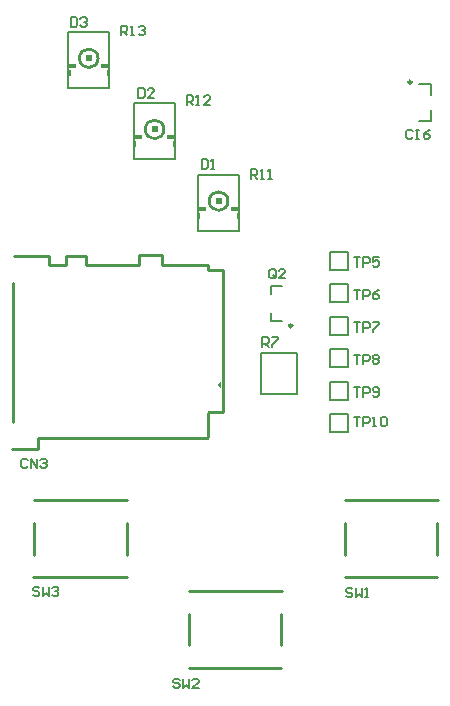
<source format=gbo>
%FSLAX44Y44*%
%MOMM*%
G71*
G01*
G75*
G04 Layer_Color=32896*
%ADD10R,2.0000X0.7000*%
%ADD11R,2.0000X1.0000*%
%ADD12R,1.2000X1.8000*%
%ADD13R,0.8000X1.8000*%
%ADD14R,2.8000X1.8000*%
%ADD15R,1.9000X1.8000*%
%ADD16R,0.9000X0.8000*%
%ADD17R,1.0000X1.0000*%
%ADD18R,1.6000X1.4000*%
%ADD19R,2.8000X1.1000*%
%ADD20R,1.3000X1.2000*%
%ADD21R,0.9500X0.6000*%
%ADD22R,0.9000X0.5000*%
%ADD23R,0.9000X0.3200*%
%ADD24C,0.2540*%
%ADD25C,1.7000*%
%ADD26R,1.7000X1.7000*%
%ADD27R,1.7000X1.7000*%
%ADD28C,3.5000*%
%ADD29C,0.8000*%
%ADD30R,2.2032X0.9032*%
%ADD31R,2.2032X1.2032*%
%ADD32R,1.4032X2.0032*%
%ADD33R,1.0032X2.0032*%
%ADD34R,3.0032X2.0032*%
%ADD35R,2.1032X2.0032*%
%ADD36R,1.1032X1.0032*%
%ADD37R,1.2032X1.2032*%
%ADD38R,1.8032X1.6032*%
%ADD39R,3.0032X1.3032*%
%ADD40R,1.5032X1.4032*%
%ADD41R,1.1532X0.8032*%
%ADD42R,1.1032X0.7032*%
%ADD43R,1.1032X0.5232*%
%ADD44C,1.9032*%
%ADD45R,1.9032X1.9032*%
%ADD46R,1.9032X1.9032*%
%ADD47C,3.7032*%
%ADD48C,1.0032*%
%ADD49C,0.2500*%
%ADD50C,0.2000*%
%ADD51C,0.1524*%
%ADD52C,0.1800*%
%ADD53R,0.5000X0.5000*%
%ADD54R,0.7500X0.3128*%
%ADD55R,0.2500X0.5000*%
%ADD56R,0.2500X0.5000*%
%ADD57R,0.7500X0.3636*%
%ADD58R,0.7500X0.3128*%
%ADD59R,0.2500X0.5000*%
%ADD60R,0.2500X0.5000*%
%ADD61R,0.7500X0.3636*%
G36*
X1233691Y690000D02*
X1233691D01*
X1236691Y687000D01*
Y693000D01*
X1233691Y690000D01*
D02*
G37*
D24*
X1226786Y845500D02*
G03*
X1226786Y845500I7906J0D01*
G01*
X1172546Y906170D02*
G03*
X1172546Y906170I7906J0D01*
G01*
X1116796Y966388D02*
G03*
X1116796Y966388I7906J0D01*
G01*
X1060441Y658500D02*
Y776250D01*
X1226691Y667000D02*
X1225691Y666000D01*
X1238691Y667000D02*
Y785000D01*
Y667000D02*
X1226691D01*
X1238691Y785000D02*
Y787000D01*
X1225691D01*
Y791000D01*
X1186691D01*
Y800000D01*
X1167691D01*
Y791000D02*
Y800000D01*
Y791000D02*
X1122691D01*
Y799000D01*
X1122591Y798900D01*
X1108291D01*
X1105991D01*
X1105791Y798700D01*
Y791400D02*
Y798700D01*
Y791400D02*
X1105691Y791300D01*
X1090691D01*
Y799000D01*
X1061191D01*
X1225691Y646000D02*
Y666000D01*
Y646000D02*
X1224691Y645000D01*
X1081691D01*
Y636000D02*
Y645000D01*
Y636000D02*
X1059941D01*
X1209441Y469250D02*
Y496250D01*
X1288441Y515250D02*
X1209441D01*
X1287441Y450250D02*
X1209441D01*
X1287441Y469250D02*
Y496250D01*
X1156691Y546000D02*
Y573000D01*
Y527000D02*
X1077691D01*
X1156691Y592000D02*
X1078691D01*
Y546000D02*
Y573000D01*
X1341691Y546000D02*
Y573000D01*
X1420691Y592000D02*
X1341691D01*
X1419691Y527000D02*
X1341691D01*
X1419691Y546000D02*
Y573000D01*
D49*
X1294441Y740000D02*
G03*
X1294441Y740000I1250J0D01*
G01*
X1395441Y946250D02*
G03*
X1395441Y946250I1250J0D01*
G01*
D50*
X1288690Y744000D02*
X1278691D01*
Y751000D01*
X1288690Y774000D02*
X1278691D01*
Y767000D02*
Y774000D01*
X1414691Y913500D02*
Y922750D01*
Y913500D02*
X1404691D01*
X1414691Y935250D02*
Y944500D01*
X1404691D01*
X1399023Y904665D02*
X1397690Y905997D01*
X1395024D01*
X1393691Y904665D01*
Y899333D01*
X1395024Y898000D01*
X1397690D01*
X1399023Y899333D01*
X1401689Y905997D02*
X1404355D01*
X1403022D01*
Y898000D01*
X1401689D01*
X1404355D01*
X1413685Y905997D02*
X1411019Y904665D01*
X1408353Y901999D01*
Y899333D01*
X1409686Y898000D01*
X1412352D01*
X1413685Y899333D01*
Y900666D01*
X1412352Y901999D01*
X1408353D01*
X1073063Y626165D02*
X1071730Y627497D01*
X1069064D01*
X1067731Y626165D01*
Y620833D01*
X1069064Y619500D01*
X1071730D01*
X1073063Y620833D01*
X1075729Y619500D02*
Y627497D01*
X1081060Y619500D01*
Y627497D01*
X1083726Y626165D02*
X1085059Y627497D01*
X1087725D01*
X1089058Y626165D01*
Y624832D01*
X1087725Y623499D01*
X1086392D01*
X1087725D01*
X1089058Y622166D01*
Y620833D01*
X1087725Y619500D01*
X1085059D01*
X1083726Y620833D01*
X1220391Y880997D02*
Y873000D01*
X1224390D01*
X1225723Y874333D01*
Y879665D01*
X1224390Y880997D01*
X1220391D01*
X1228389Y873000D02*
X1231055D01*
X1229722D01*
Y880997D01*
X1228389Y879665D01*
X1166691Y940997D02*
Y933000D01*
X1170690D01*
X1172023Y934333D01*
Y939665D01*
X1170690Y940997D01*
X1166691D01*
X1180020Y933000D02*
X1174689D01*
X1180020Y938332D01*
Y939665D01*
X1178687Y940997D01*
X1176022D01*
X1174689Y939665D01*
X1109691Y1000997D02*
Y993000D01*
X1113690D01*
X1115023Y994333D01*
Y999665D01*
X1113690Y1000997D01*
X1109691D01*
X1117689Y999665D02*
X1119022Y1000997D01*
X1121687D01*
X1123020Y999665D01*
Y998332D01*
X1121687Y996999D01*
X1120355D01*
X1121687D01*
X1123020Y995666D01*
Y994333D01*
X1121687Y993000D01*
X1119022D01*
X1117689Y994333D01*
X1283023Y781333D02*
Y786665D01*
X1281690Y787997D01*
X1279024D01*
X1277691Y786665D01*
Y781333D01*
X1279024Y780000D01*
X1281690D01*
X1280357Y782666D02*
X1283023Y780000D01*
X1281690D02*
X1283023Y781333D01*
X1291020Y780000D02*
X1285689D01*
X1291020Y785332D01*
Y786665D01*
X1289687Y787997D01*
X1287022D01*
X1285689Y786665D01*
X1271691Y722000D02*
Y729997D01*
X1275690D01*
X1277023Y728664D01*
Y725999D01*
X1275690Y724666D01*
X1271691D01*
X1274357D02*
X1277023Y722000D01*
X1279689Y729997D02*
X1285020D01*
Y728664D01*
X1279689Y723333D01*
Y722000D01*
X1262191Y864500D02*
Y872497D01*
X1266190D01*
X1267523Y871164D01*
Y868499D01*
X1266190Y867166D01*
X1262191D01*
X1264857D02*
X1267523Y864500D01*
X1270189D02*
X1272855D01*
X1271522D01*
Y872497D01*
X1270189Y871164D01*
X1276853Y864500D02*
X1279519D01*
X1278186D01*
Y872497D01*
X1276853Y871164D01*
X1207691Y927000D02*
Y934997D01*
X1211690D01*
X1213023Y933664D01*
Y930999D01*
X1211690Y929666D01*
X1207691D01*
X1210357D02*
X1213023Y927000D01*
X1215689D02*
X1218354D01*
X1217022D01*
Y934997D01*
X1215689Y933664D01*
X1227685Y927000D02*
X1222353D01*
X1227685Y932332D01*
Y933664D01*
X1226352Y934997D01*
X1223686D01*
X1222353Y933664D01*
X1152191Y986000D02*
Y993997D01*
X1156190D01*
X1157523Y992664D01*
Y989999D01*
X1156190Y988666D01*
X1152191D01*
X1154857D02*
X1157523Y986000D01*
X1160189D02*
X1162855D01*
X1161522D01*
Y993997D01*
X1160189Y992664D01*
X1166853D02*
X1168186Y993997D01*
X1170852D01*
X1172185Y992664D01*
Y991332D01*
X1170852Y989999D01*
X1169519D01*
X1170852D01*
X1172185Y988666D01*
Y987333D01*
X1170852Y986000D01*
X1168186D01*
X1166853Y987333D01*
X1348023Y516665D02*
X1346690Y517997D01*
X1344024D01*
X1342691Y516665D01*
Y515332D01*
X1344024Y513999D01*
X1346690D01*
X1348023Y512666D01*
Y511333D01*
X1346690Y510000D01*
X1344024D01*
X1342691Y511333D01*
X1350689Y517997D02*
Y510000D01*
X1353354Y512666D01*
X1356020Y510000D01*
Y517997D01*
X1358686Y510000D02*
X1361352D01*
X1360019D01*
Y517997D01*
X1358686Y516665D01*
X1201773Y439915D02*
X1200440Y441247D01*
X1197774D01*
X1196441Y439915D01*
Y438582D01*
X1197774Y437249D01*
X1200440D01*
X1201773Y435916D01*
Y434583D01*
X1200440Y433250D01*
X1197774D01*
X1196441Y434583D01*
X1204439Y441247D02*
Y433250D01*
X1207104Y435916D01*
X1209770Y433250D01*
Y441247D01*
X1217768Y433250D02*
X1212436D01*
X1217768Y438582D01*
Y439915D01*
X1216435Y441247D01*
X1213769D01*
X1212436Y439915D01*
X1083023Y517664D02*
X1081690Y518997D01*
X1079024D01*
X1077691Y517664D01*
Y516332D01*
X1079024Y514999D01*
X1081690D01*
X1083023Y513666D01*
Y512333D01*
X1081690Y511000D01*
X1079024D01*
X1077691Y512333D01*
X1085689Y518997D02*
Y511000D01*
X1088354Y513666D01*
X1091020Y511000D01*
Y518997D01*
X1093686Y517664D02*
X1095019Y518997D01*
X1097685D01*
X1099018Y517664D01*
Y516332D01*
X1097685Y514999D01*
X1096352D01*
X1097685D01*
X1099018Y513666D01*
Y512333D01*
X1097685Y511000D01*
X1095019D01*
X1093686Y512333D01*
X1349191Y797997D02*
X1354523D01*
X1351857D01*
Y790000D01*
X1357189D02*
Y797997D01*
X1361187D01*
X1362520Y796665D01*
Y793999D01*
X1361187Y792666D01*
X1357189D01*
X1370518Y797997D02*
X1365186D01*
Y793999D01*
X1367852Y795332D01*
X1369185D01*
X1370518Y793999D01*
Y791333D01*
X1369185Y790000D01*
X1366519D01*
X1365186Y791333D01*
X1349191Y770497D02*
X1354523D01*
X1351857D01*
Y762500D01*
X1357189D02*
Y770497D01*
X1361187D01*
X1362520Y769165D01*
Y766499D01*
X1361187Y765166D01*
X1357189D01*
X1370518Y770497D02*
X1367852Y769165D01*
X1365186Y766499D01*
Y763833D01*
X1366519Y762500D01*
X1369185D01*
X1370518Y763833D01*
Y765166D01*
X1369185Y766499D01*
X1365186D01*
X1349191Y742997D02*
X1354523D01*
X1351857D01*
Y735000D01*
X1357189D02*
Y742997D01*
X1361187D01*
X1362520Y741665D01*
Y738999D01*
X1361187Y737666D01*
X1357189D01*
X1365186Y742997D02*
X1370518D01*
Y741665D01*
X1365186Y736333D01*
Y735000D01*
X1349191Y715497D02*
X1354523D01*
X1351857D01*
Y707500D01*
X1357189D02*
Y715497D01*
X1361187D01*
X1362520Y714165D01*
Y711499D01*
X1361187Y710166D01*
X1357189D01*
X1365186Y714165D02*
X1366519Y715497D01*
X1369185D01*
X1370518Y714165D01*
Y712832D01*
X1369185Y711499D01*
X1370518Y710166D01*
Y708833D01*
X1369185Y707500D01*
X1366519D01*
X1365186Y708833D01*
Y710166D01*
X1366519Y711499D01*
X1365186Y712832D01*
Y714165D01*
X1366519Y711499D02*
X1369185D01*
X1349191Y687997D02*
X1354523D01*
X1351857D01*
Y680000D01*
X1357189D02*
Y687997D01*
X1361187D01*
X1362520Y686665D01*
Y683999D01*
X1361187Y682666D01*
X1357189D01*
X1365186Y681333D02*
X1366519Y680000D01*
X1369185D01*
X1370518Y681333D01*
Y686665D01*
X1369185Y687997D01*
X1366519D01*
X1365186Y686665D01*
Y685332D01*
X1366519Y683999D01*
X1370518D01*
X1349191Y662997D02*
X1354523D01*
X1351857D01*
Y655000D01*
X1357189D02*
Y662997D01*
X1361187D01*
X1362520Y661665D01*
Y658999D01*
X1361187Y657666D01*
X1357189D01*
X1365186Y655000D02*
X1367852D01*
X1366519D01*
Y662997D01*
X1365186Y661665D01*
X1371851D02*
X1373184Y662997D01*
X1375849D01*
X1377182Y661665D01*
Y656333D01*
X1375849Y655000D01*
X1373184D01*
X1371851Y656333D01*
Y661665D01*
D51*
X1329191Y650000D02*
Y665000D01*
X1344191Y650000D02*
X1329191D01*
X1344191D02*
Y665000D01*
X1329191D01*
Y677500D02*
Y692500D01*
X1344191Y677500D02*
X1329191D01*
X1344191D02*
Y692500D01*
X1329191D01*
Y705000D02*
Y720000D01*
X1344191Y705000D02*
X1329191D01*
X1344191D02*
Y720000D01*
X1329191D01*
Y732500D02*
Y747500D01*
X1344191Y732500D02*
X1329191D01*
X1344191D02*
Y747500D01*
X1329191D01*
Y760000D02*
Y775000D01*
X1344191Y760000D02*
X1329191D01*
X1344191D02*
Y775000D01*
X1329191D01*
Y787500D02*
Y802500D01*
X1344191Y787500D02*
X1329191D01*
X1344191D02*
Y802500D01*
X1329191D01*
X1217191Y820500D02*
Y868000D01*
X1252191Y820500D02*
X1217191D01*
X1252191D02*
Y868000D01*
X1217191D01*
X1162951Y881170D02*
Y928670D01*
X1197951Y881170D02*
X1162951D01*
X1197951D02*
Y928670D01*
X1162951D01*
X1107202Y941388D02*
Y988888D01*
X1142202Y941388D02*
X1107202D01*
X1142202D02*
Y988888D01*
X1107202D01*
D52*
X1270791Y682100D02*
Y717000D01*
X1300690D02*
X1270791D01*
X1300690Y682100D02*
Y717000D01*
Y682100D02*
X1270791D01*
D53*
X1234691Y845500D02*
D03*
X1180451Y906170D02*
D03*
X1124702Y966388D02*
D03*
D54*
X1248441Y838936D02*
D03*
D55*
X1250941Y833000D02*
D03*
X1108452Y953888D02*
D03*
D56*
X1218441Y833000D02*
D03*
X1140952Y953888D02*
D03*
D57*
X1220941Y838682D02*
D03*
D58*
X1194201Y899606D02*
D03*
X1138452Y959824D02*
D03*
D59*
X1196701Y893670D02*
D03*
D60*
X1164201D02*
D03*
D61*
X1166701Y899352D02*
D03*
X1110952Y959570D02*
D03*
M02*

</source>
